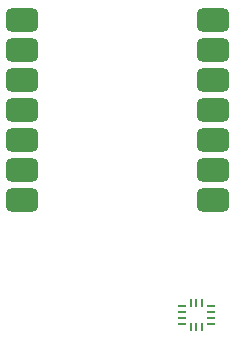
<source format=gbr>
%TF.GenerationSoftware,KiCad,Pcbnew,8.0.1*%
%TF.CreationDate,2024-04-18T20:01:03+02:00*%
%TF.ProjectId,jump,6a756d70-2e6b-4696-9361-645f70636258,rev?*%
%TF.SameCoordinates,Original*%
%TF.FileFunction,Paste,Top*%
%TF.FilePolarity,Positive*%
%FSLAX46Y46*%
G04 Gerber Fmt 4.6, Leading zero omitted, Abs format (unit mm)*
G04 Created by KiCad (PCBNEW 8.0.1) date 2024-04-18 20:01:03*
%MOMM*%
%LPD*%
G01*
G04 APERTURE LIST*
G04 Aperture macros list*
%AMRoundRect*
0 Rectangle with rounded corners*
0 $1 Rounding radius*
0 $2 $3 $4 $5 $6 $7 $8 $9 X,Y pos of 4 corners*
0 Add a 4 corners polygon primitive as box body*
4,1,4,$2,$3,$4,$5,$6,$7,$8,$9,$2,$3,0*
0 Add four circle primitives for the rounded corners*
1,1,$1+$1,$2,$3*
1,1,$1+$1,$4,$5*
1,1,$1+$1,$6,$7*
1,1,$1+$1,$8,$9*
0 Add four rect primitives between the rounded corners*
20,1,$1+$1,$2,$3,$4,$5,0*
20,1,$1+$1,$4,$5,$6,$7,0*
20,1,$1+$1,$6,$7,$8,$9,0*
20,1,$1+$1,$8,$9,$2,$3,0*%
G04 Aperture macros list end*
%ADD10RoundRect,0.500000X-0.875000X-0.500000X0.875000X-0.500000X0.875000X0.500000X-0.875000X0.500000X0*%
%ADD11R,0.250000X0.675000*%
%ADD12R,0.675000X0.250000*%
G04 APERTURE END LIST*
D10*
%TO.C,U1*%
X81384000Y-55499250D03*
X81384000Y-58039250D03*
X81384000Y-60579250D03*
X81384000Y-63119250D03*
X81384000Y-65659250D03*
X81384000Y-68199250D03*
X81384000Y-70739250D03*
X65219000Y-55499250D03*
X65219000Y-58039250D03*
X65219000Y-60579250D03*
X65219000Y-63119250D03*
X65219000Y-65659250D03*
X65219000Y-68199250D03*
X65219000Y-70739250D03*
%TD*%
D11*
%TO.C,U2*%
X79500000Y-79475000D03*
X80000000Y-79475000D03*
X80500000Y-79475000D03*
D12*
X81262500Y-79737500D03*
X81262500Y-80237500D03*
X81262500Y-80737500D03*
X81262500Y-81237500D03*
D11*
X80500000Y-81500000D03*
X80000000Y-81500000D03*
X79500000Y-81500000D03*
D12*
X78737500Y-81237500D03*
X78737500Y-80737500D03*
X78737500Y-80237500D03*
X78737500Y-79737500D03*
%TD*%
M02*

</source>
